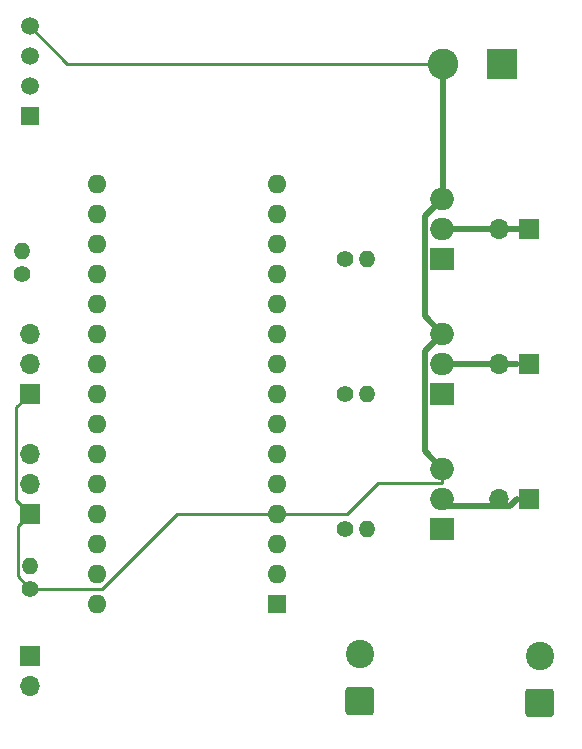
<source format=gbl>
%TF.GenerationSoftware,KiCad,Pcbnew,5.1.9+dfsg1-1+b1*%
%TF.CreationDate,2021-12-16T19:11:23+11:00*%
%TF.ProjectId,aquaponics-1,61717561-706f-46e6-9963-732d312e6b69,rev?*%
%TF.SameCoordinates,Original*%
%TF.FileFunction,Copper,L2,Bot*%
%TF.FilePolarity,Positive*%
%FSLAX46Y46*%
G04 Gerber Fmt 4.6, Leading zero omitted, Abs format (unit mm)*
G04 Created by KiCad (PCBNEW 5.1.9+dfsg1-1+b1) date 2021-12-16 19:11:23*
%MOMM*%
%LPD*%
G01*
G04 APERTURE LIST*
%TA.AperFunction,ComponentPad*%
%ADD10R,1.700000X1.700000*%
%TD*%
%TA.AperFunction,ComponentPad*%
%ADD11O,1.700000X1.700000*%
%TD*%
%TA.AperFunction,ComponentPad*%
%ADD12O,1.400000X1.400000*%
%TD*%
%TA.AperFunction,ComponentPad*%
%ADD13C,1.400000*%
%TD*%
%TA.AperFunction,ComponentPad*%
%ADD14R,2.600000X2.600000*%
%TD*%
%TA.AperFunction,ComponentPad*%
%ADD15C,2.600000*%
%TD*%
%TA.AperFunction,ComponentPad*%
%ADD16O,1.600000X1.600000*%
%TD*%
%TA.AperFunction,ComponentPad*%
%ADD17R,1.600000X1.600000*%
%TD*%
%TA.AperFunction,ComponentPad*%
%ADD18C,1.500000*%
%TD*%
%TA.AperFunction,ComponentPad*%
%ADD19R,1.500000X1.500000*%
%TD*%
%TA.AperFunction,ComponentPad*%
%ADD20C,2.400000*%
%TD*%
%TA.AperFunction,ComponentPad*%
%ADD21O,2.000000X1.905000*%
%TD*%
%TA.AperFunction,ComponentPad*%
%ADD22R,2.000000X1.905000*%
%TD*%
%TA.AperFunction,Conductor*%
%ADD23C,0.250000*%
%TD*%
%TA.AperFunction,Conductor*%
%ADD24C,0.500000*%
%TD*%
G04 APERTURE END LIST*
D10*
%TO.P,J4,1*%
%TO.N,GND*%
X22225000Y-48260000D03*
D11*
%TO.P,J4,2*%
%TO.N,+5V*%
X22225000Y-45720000D03*
%TO.P,J4,3*%
%TO.N,Net-(J4-Pad3)*%
X22225000Y-43180000D03*
%TD*%
%TO.P,J3,3*%
%TO.N,Net-(J3-Pad3)*%
X22225000Y-53340000D03*
%TO.P,J3,2*%
%TO.N,+5V*%
X22225000Y-55880000D03*
D10*
%TO.P,J3,1*%
%TO.N,GND*%
X22225000Y-58420000D03*
%TD*%
D12*
%TO.P,R6,2*%
%TO.N,+3V3*%
X21590000Y-36200000D03*
D13*
%TO.P,R6,1*%
%TO.N,Net-(R6-Pad1)*%
X21590000Y-38100000D03*
%TD*%
D11*
%TO.P,R1,2*%
%TO.N,+5V*%
X22225000Y-73025000D03*
D10*
%TO.P,R1,1*%
%TO.N,Net-(R1-Pad1)*%
X22225000Y-70485000D03*
%TD*%
D11*
%TO.P,M3,2*%
%TO.N,Net-(M3-Pad2)*%
X61960000Y-45720000D03*
D10*
%TO.P,M3,1*%
%TO.N,Net-(J2-Pad1)*%
X64500000Y-45720000D03*
%TD*%
D11*
%TO.P,M2,2*%
%TO.N,Net-(M2-Pad2)*%
X61960000Y-34290000D03*
D10*
%TO.P,M2,1*%
%TO.N,Net-(J2-Pad1)*%
X64500000Y-34290000D03*
%TD*%
D11*
%TO.P,M1,2*%
%TO.N,Net-(M1-Pad2)*%
X61960000Y-57150000D03*
D10*
%TO.P,M1,1*%
%TO.N,Net-(J2-Pad1)*%
X64500000Y-57150000D03*
%TD*%
D14*
%TO.P,J2,1*%
%TO.N,Net-(J2-Pad1)*%
X62230000Y-20320000D03*
D15*
%TO.P,J2,2*%
%TO.N,GND*%
X57230000Y-20320000D03*
%TD*%
D16*
%TO.P,U1,16*%
%TO.N,Net-(U1-Pad16)*%
X27940000Y-30480000D03*
%TO.P,U1,15*%
%TO.N,Net-(U1-Pad15)*%
X43180000Y-30480000D03*
%TO.P,U1,30*%
%TO.N,Net-(U1-Pad30)*%
X27940000Y-66040000D03*
%TO.P,U1,14*%
%TO.N,Net-(U1-Pad14)*%
X43180000Y-33020000D03*
%TO.P,U1,29*%
%TO.N,Net-(U1-Pad29)*%
X27940000Y-63500000D03*
%TO.P,U1,13*%
%TO.N,Net-(U1-Pad13)*%
X43180000Y-35560000D03*
%TO.P,U1,28*%
%TO.N,Net-(U1-Pad28)*%
X27940000Y-60960000D03*
%TO.P,U1,12*%
%TO.N,Net-(U1-Pad12)*%
X43180000Y-38100000D03*
%TO.P,U1,27*%
%TO.N,+5V*%
X27940000Y-58420000D03*
%TO.P,U1,11*%
%TO.N,Net-(U1-Pad11)*%
X43180000Y-40640000D03*
%TO.P,U1,26*%
%TO.N,Net-(U1-Pad26)*%
X27940000Y-55880000D03*
%TO.P,U1,10*%
%TO.N,Net-(U1-Pad10)*%
X43180000Y-43180000D03*
%TO.P,U1,25*%
%TO.N,Net-(U1-Pad25)*%
X27940000Y-53340000D03*
%TO.P,U1,9*%
%TO.N,Net-(U1-Pad9)*%
X43180000Y-45720000D03*
%TO.P,U1,24*%
%TO.N,Net-(U1-Pad24)*%
X27940000Y-50800000D03*
%TO.P,U1,8*%
%TO.N,Net-(U1-Pad8)*%
X43180000Y-48260000D03*
%TO.P,U1,23*%
%TO.N,Net-(U1-Pad23)*%
X27940000Y-48260000D03*
%TO.P,U1,7*%
%TO.N,Net-(R2-Pad1)*%
X43180000Y-50800000D03*
%TO.P,U1,22*%
%TO.N,Net-(R1-Pad1)*%
X27940000Y-45720000D03*
%TO.P,U1,6*%
%TO.N,Net-(R5-Pad1)*%
X43180000Y-53340000D03*
%TO.P,U1,21*%
%TO.N,Net-(J3-Pad3)*%
X27940000Y-43180000D03*
%TO.P,U1,5*%
%TO.N,Net-(R4-Pad1)*%
X43180000Y-55880000D03*
%TO.P,U1,20*%
%TO.N,Net-(J4-Pad3)*%
X27940000Y-40640000D03*
%TO.P,U1,4*%
%TO.N,GND*%
X43180000Y-58420000D03*
%TO.P,U1,19*%
%TO.N,Net-(R6-Pad1)*%
X27940000Y-38100000D03*
%TO.P,U1,3*%
%TO.N,Net-(U1-Pad3)*%
X43180000Y-60960000D03*
%TO.P,U1,18*%
%TO.N,Net-(U1-Pad18)*%
X27940000Y-35560000D03*
%TO.P,U1,2*%
%TO.N,Net-(U1-Pad2)*%
X43180000Y-63500000D03*
%TO.P,U1,17*%
%TO.N,+3V3*%
X27940000Y-33020000D03*
D17*
%TO.P,U1,1*%
%TO.N,Net-(U1-Pad1)*%
X43180000Y-66040000D03*
%TD*%
D18*
%TO.P,U2,4*%
%TO.N,GND*%
X22225000Y-17145000D03*
%TO.P,U2,3*%
%TO.N,Net-(U2-Pad3)*%
X22225000Y-19685000D03*
%TO.P,U2,2*%
%TO.N,Net-(R6-Pad1)*%
X22225000Y-22225000D03*
D19*
%TO.P,U2,1*%
%TO.N,+3V3*%
X22225000Y-24765000D03*
%TD*%
D20*
%TO.P,J5,2*%
%TO.N,Net-(J5-Pad2)*%
X65405000Y-70485000D03*
%TO.P,J5,1*%
%TO.N,Net-(J2-Pad1)*%
%TA.AperFunction,ComponentPad*%
G36*
G01*
X66355000Y-75645000D02*
X64455000Y-75645000D01*
G75*
G02*
X64205000Y-75395000I0J250000D01*
G01*
X64205000Y-73495000D01*
G75*
G02*
X64455000Y-73245000I250000J0D01*
G01*
X66355000Y-73245000D01*
G75*
G02*
X66605000Y-73495000I0J-250000D01*
G01*
X66605000Y-75395000D01*
G75*
G02*
X66355000Y-75645000I-250000J0D01*
G01*
G37*
%TD.AperFunction*%
%TD*%
D21*
%TO.P,Q3,3*%
%TO.N,GND*%
X57150000Y-43180000D03*
%TO.P,Q3,2*%
%TO.N,Net-(M3-Pad2)*%
X57150000Y-45720000D03*
D22*
%TO.P,Q3,1*%
%TO.N,Net-(Q3-Pad1)*%
X57150000Y-48260000D03*
%TD*%
D21*
%TO.P,Q1,3*%
%TO.N,GND*%
X57150000Y-54610000D03*
%TO.P,Q1,2*%
%TO.N,Net-(M1-Pad2)*%
X57150000Y-57150000D03*
D22*
%TO.P,Q1,1*%
%TO.N,Net-(Q1-Pad1)*%
X57150000Y-59690000D03*
%TD*%
D21*
%TO.P,Q2,3*%
%TO.N,GND*%
X57150000Y-31750000D03*
%TO.P,Q2,2*%
%TO.N,Net-(M2-Pad2)*%
X57150000Y-34290000D03*
D22*
%TO.P,Q2,1*%
%TO.N,Net-(Q2-Pad1)*%
X57150000Y-36830000D03*
%TD*%
D20*
%TO.P,J1,2*%
%TO.N,Net-(J1-Pad2)*%
X50165000Y-70335000D03*
%TO.P,J1,1*%
%TO.N,+5V*%
%TA.AperFunction,ComponentPad*%
G36*
G01*
X51115000Y-75495000D02*
X49215000Y-75495000D01*
G75*
G02*
X48965000Y-75245000I0J250000D01*
G01*
X48965000Y-73345000D01*
G75*
G02*
X49215000Y-73095000I250000J0D01*
G01*
X51115000Y-73095000D01*
G75*
G02*
X51365000Y-73345000I0J-250000D01*
G01*
X51365000Y-75245000D01*
G75*
G02*
X51115000Y-75495000I-250000J0D01*
G01*
G37*
%TD.AperFunction*%
%TD*%
D12*
%TO.P,R2,2*%
%TO.N,Net-(Q2-Pad1)*%
X50795000Y-36830000D03*
D13*
%TO.P,R2,1*%
%TO.N,Net-(R2-Pad1)*%
X48895000Y-36830000D03*
%TD*%
D12*
%TO.P,R3,2*%
%TO.N,Net-(R1-Pad1)*%
X22225000Y-62870000D03*
D13*
%TO.P,R3,1*%
%TO.N,GND*%
X22225000Y-64770000D03*
%TD*%
D12*
%TO.P,R4,2*%
%TO.N,Net-(Q1-Pad1)*%
X50795000Y-59690000D03*
D13*
%TO.P,R4,1*%
%TO.N,Net-(R4-Pad1)*%
X48895000Y-59690000D03*
%TD*%
D12*
%TO.P,R5,2*%
%TO.N,Net-(Q3-Pad1)*%
X50795000Y-48260000D03*
D13*
%TO.P,R5,1*%
%TO.N,Net-(R5-Pad1)*%
X48895000Y-48260000D03*
%TD*%
D23*
%TO.N,GND*%
X49137002Y-58420000D02*
X43180000Y-58420000D01*
X51684512Y-55872490D02*
X49137002Y-58420000D01*
X57090010Y-55872490D02*
X51684512Y-55872490D01*
X57150000Y-55812500D02*
X57090010Y-55872490D01*
X57150000Y-54610000D02*
X57150000Y-55812500D01*
X22225000Y-57785000D02*
X22225000Y-58420000D01*
D24*
X55699990Y-53159990D02*
X57150000Y-54610000D01*
X55699990Y-44630010D02*
X55699990Y-53159990D01*
X57150000Y-43180000D02*
X55699990Y-44630010D01*
X55699990Y-33200010D02*
X57150000Y-31750000D01*
X55699990Y-41729990D02*
X55699990Y-33200010D01*
X57150000Y-43180000D02*
X55699990Y-41729990D01*
D23*
X21199999Y-63744999D02*
X22225000Y-64770000D01*
X21199999Y-59445001D02*
X21199999Y-63744999D01*
X22225000Y-58420000D02*
X21199999Y-59445001D01*
X34685002Y-58420000D02*
X43180000Y-58420000D01*
X28335002Y-64770000D02*
X34685002Y-58420000D01*
X22225000Y-64770000D02*
X28335002Y-64770000D01*
X21049999Y-57244999D02*
X22225000Y-58420000D01*
X21049999Y-49435001D02*
X21049999Y-57244999D01*
X22225000Y-48260000D02*
X21049999Y-49435001D01*
X25400000Y-20320000D02*
X22225000Y-17145000D01*
X57230000Y-20320000D02*
X25400000Y-20320000D01*
D24*
X57230000Y-31670000D02*
X57150000Y-31750000D01*
X57230000Y-20320000D02*
X57230000Y-31670000D01*
%TO.N,Net-(M1-Pad2)*%
X57150000Y-57150000D02*
X57150000Y-57785000D01*
X62865000Y-57785000D02*
X63500000Y-57150000D01*
X57150000Y-57785000D02*
X62865000Y-57785000D01*
%TO.N,Net-(M2-Pad2)*%
X57150000Y-34290000D02*
X65040000Y-34290000D01*
%TO.N,Net-(M3-Pad2)*%
X57150000Y-45720000D02*
X63500000Y-45720000D01*
%TD*%
M02*

</source>
